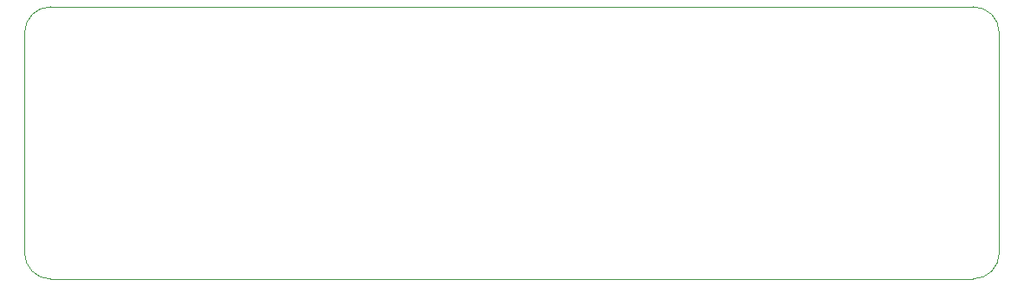
<source format=gm1>
G04 #@! TF.GenerationSoftware,KiCad,Pcbnew,(5.1.9)-1*
G04 #@! TF.CreationDate,2021-10-13T12:16:08-04:00*
G04 #@! TF.ProjectId,doublemag-breakout-big,646f7562-6c65-46d6-9167-2d627265616b,rev?*
G04 #@! TF.SameCoordinates,Original*
G04 #@! TF.FileFunction,Profile,NP*
%FSLAX46Y46*%
G04 Gerber Fmt 4.6, Leading zero omitted, Abs format (unit mm)*
G04 Created by KiCad (PCBNEW (5.1.9)-1) date 2021-10-13 12:16:08*
%MOMM*%
%LPD*%
G01*
G04 APERTURE LIST*
G04 #@! TA.AperFunction,Profile*
%ADD10C,0.050000*%
G04 #@! TD*
G04 APERTURE END LIST*
D10*
X69215000Y-83185000D02*
G75*
G02*
X66675000Y-80645000I0J2540000D01*
G01*
X161925000Y-80645000D02*
G75*
G02*
X159385000Y-83185000I-2540000J0D01*
G01*
X159385000Y-56515000D02*
G75*
G02*
X161925000Y-59055000I0J-2540000D01*
G01*
X66675000Y-59055000D02*
G75*
G02*
X69215000Y-56515000I2540000J0D01*
G01*
X66675000Y-80645000D02*
X66675000Y-59055000D01*
X159385000Y-83185000D02*
X69215000Y-83185000D01*
X161925000Y-59055000D02*
X161925000Y-80645000D01*
X69215000Y-56515000D02*
X159385000Y-56515000D01*
M02*

</source>
